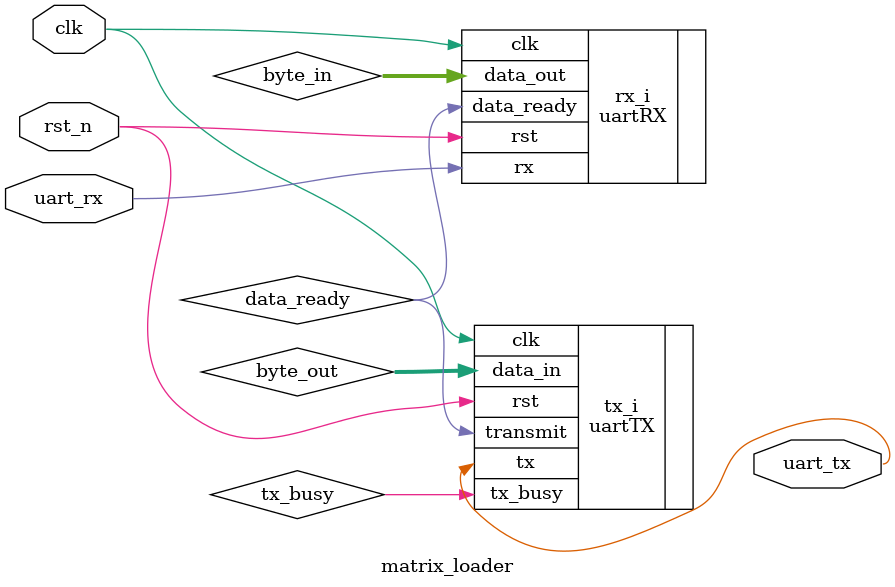
<source format=sv>
`timescale 1ns/1ps

module matrix_loader #(
    parameter MAX_M       = 4,
    parameter MAX_N       = 4,
    parameter MAX_P       = 4,
    parameter CLOCK_FREQ  = 50000000,
    parameter BAUD_RATE   = 9600
)(
    input  logic clk,
    input  logic rst_n,
    input  logic uart_rx,
    output logic uart_tx
);

                                                      // Internal memories and FSM for A×B→C go here 
                                                      // But do NOT expose matC[][] at the top!        

                                                      // Instance of UART_RX and UART_TX inside
    logic [7:0] byte_in;
    logic       data_ready;
    logic [7:0] byte_out;
    logic       tx_busy;

    uartRX #(
      .CLOCK_FREQ(CLOCK_FREQ),
      .BAUD_RATE (BAUD_RATE)
    ) rx_i (
      .clk        (clk),
      .rst        (rst_n),
      .rx         (uart_rx),
      .data_out   (byte_in),
      .data_ready (data_ready)
    );

                                  // Feed byte_in into your matrix logic, generate results

    uartTX #(
      .CLOCK_FREQ(CLOCK_FREQ),
      .BAUD_RATE (BAUD_RATE)
    ) tx_i (
      .clk       (clk),
      .rst       (rst_n),
      .data_in   (byte_out),
      .transmit  (data_ready),  // Send result whenever ready
      .tx        (uart_tx),
      .tx_busy   (tx_busy)
    );

                                // Multiplication FSM reads from rx_i, writes into tx_i 

endmodule

</source>
